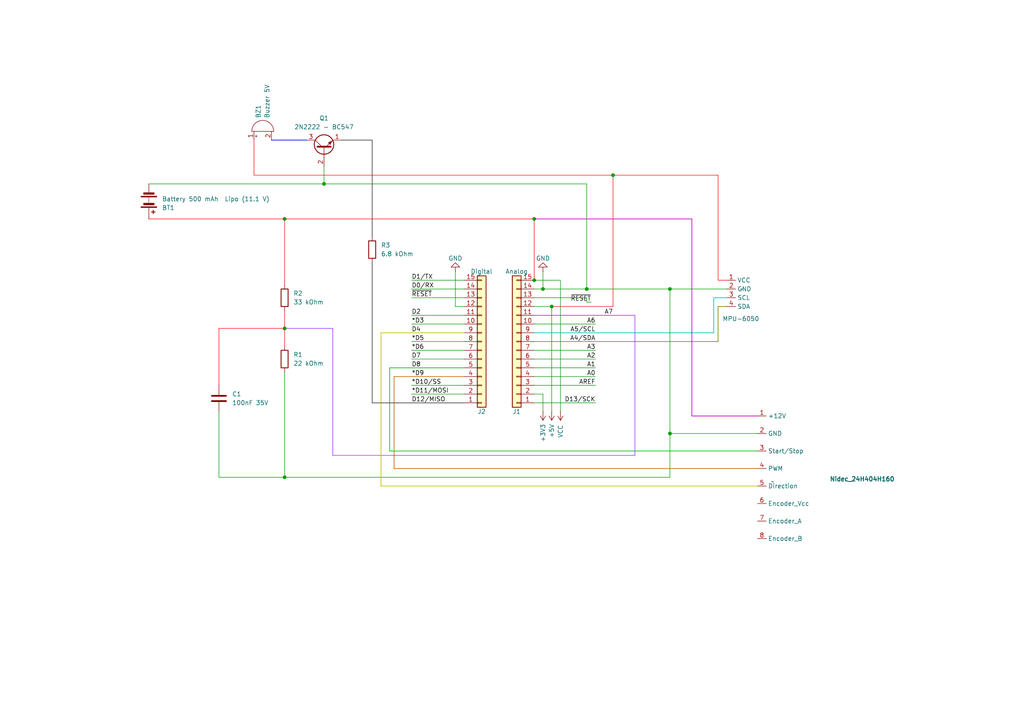
<source format=kicad_sch>
(kicad_sch (version 20250114) (generator "eeschema") (generator_version "9.0")
  (paper "A4")
  (title_block (title "Inverted pendulum") (date "sam. 04 avril 2015") (rev "0") (company "TDESTEBE"))
  (lib_symbols
    (symbol "Connector_Generic:Conn_01x15" (pin_names (offset 1.016) (hide yes))
      (property "Reference" "J" (at 0 20.32 0))
      (property "Value" "Conn_01x15" (at 0 -20.32 0))
      (symbol "Conn_01x15_1_1"
        (rectangle (start -1.27 19.05) (end 1.27 -19.05) (stroke (width 0.254)) (fill (type background)))
        (rectangle (start -1.27 17.907) (end 0 17.653) (stroke (width 0.1524)))
        (rectangle (start -1.27 15.367) (end 0 15.113) (stroke (width 0.1524)))
        (rectangle (start -1.27 12.827) (end 0 12.573) (stroke (width 0.1524)))
        (rectangle (start -1.27 10.287) (end 0 10.033) (stroke (width 0.1524)))
        (rectangle (start -1.27 7.747) (end 0 7.493) (stroke (width 0.1524)))
        (rectangle (start -1.27 5.207) (end 0 4.953) (stroke (width 0.1524)))
        (rectangle (start -1.27 2.667) (end 0 2.413) (stroke (width 0.1524)))
        (rectangle (start -1.27 0.127) (end 0 -0.127) (stroke (width 0.1524)))
        (rectangle (start -1.27 -2.413) (end 0 -2.667) (stroke (width 0.1524)))
        (rectangle (start -1.27 -4.953) (end 0 -5.207) (stroke (width 0.1524)))
        (rectangle (start -1.27 -7.493) (end 0 -7.747) (stroke (width 0.1524)))
        (rectangle (start -1.27 -10.033) (end 0 -10.287) (stroke (width 0.1524)))
        (rectangle (start -1.27 -12.573) (end 0 -12.827) (stroke (width 0.1524)))
        (rectangle (start -1.27 -15.113) (end 0 -15.367) (stroke (width 0.1524)))
        (rectangle (start -1.27 -17.653) (end 0 -17.907) (stroke (width 0.1524)))
        (pin passive line (at -5.08 17.78 0) (length 3.81) (name "Pin_1") (number "1"))
        (pin passive line (at -5.08 15.24 0) (length 3.81) (name "Pin_2") (number "2"))
        (pin passive line (at -5.08 12.7 0) (length 3.81) (name "Pin_3") (number "3"))
        (pin passive line (at -5.08 10.16 0) (length 3.81) (name "Pin_4") (number "4"))
        (pin passive line (at -5.08 7.62 0) (length 3.81) (name "Pin_5") (number "5"))
        (pin passive line (at -5.08 5.08 0) (length 3.81) (name "Pin_6") (number "6"))
        (pin passive line (at -5.08 2.54 0) (length 3.81) (name "Pin_7") (number "7"))
        (pin passive line (at -5.08 0 0) (length 3.81) (name "Pin_8") (number "8"))
        (pin passive line (at -5.08 -2.54 0) (length 3.81) (name "Pin_9") (number "9"))
        (pin passive line (at -5.08 -5.08 0) (length 3.81) (name "Pin_10") (number "10"))
        (pin passive line (at -5.08 -7.62 0) (length 3.81) (name "Pin_11") (number "11"))
        (pin passive line (at -5.08 -10.16 0) (length 3.81) (name "Pin_12") (number "12"))
        (pin passive line (at -5.08 -12.7 0) (length 3.81) (name "Pin_13") (number "13"))
        (pin passive line (at -5.08 -15.24 0) (length 3.81) (name "Pin_14") (number "14"))
        (pin passive line (at -5.08 -17.78 0) (length 3.81) (name "Pin_15") (number "15"))
      )
    )
    (symbol "Device:Battery" (pin_numbers (hide yes)) (pin_names (offset 0) (hide yes))
      (property "Reference" "BT" (at 2.54 2.54 0))
      (property "Value" "Battery" (at 2.54 0 0))
      (symbol "Battery_0_1"
        (rectangle (start -2.286 1.778) (end 2.286 1.524) (fill (type outline)))
        (rectangle (start -2.286 -1.27) (end 2.286 -1.524) (fill (type outline)))
        (rectangle (start -1.524 1.016) (end 1.524 0.508) (fill (type outline)))
        (rectangle (start -1.524 -2.032) (end 1.524 -2.54) (fill (type outline)))
        (polyline (pts (xy 0 1.778) (xy 0 2.54)))
        (polyline (pts (xy 0 0) (xy 0 0.254)))
        (polyline (pts (xy 0 -0.508) (xy 0 -0.254)))
        (polyline (pts (xy 0 -1.016) (xy 0 -0.762)))
        (polyline (pts (xy 0.762 3.048) (xy 1.778 3.048)) (stroke (width 0.254)))
        (polyline (pts (xy 1.27 3.556) (xy 1.27 2.54)) (stroke (width 0.254)))
      )
      (symbol "Battery_1_1"
        (pin passive line (at 0 5.08 270) (length 2.54) (name "+") (number "1"))
        (pin passive line (at 0 -5.08 90) (length 2.54) (name "-") (number "2"))
      )
    )
    (symbol "Device:Buzzer" (pin_names (offset 0.0254) (hide yes))
      (property "Reference" "BZ" (at 3.81 1.27 0))
      (property "Value" "Buzzer" (at 3.81 -1.27 0))
      (symbol "Buzzer_0_1"
        (polyline (pts (xy -1.651 1.905) (xy -1.143 1.905)))
        (polyline (pts (xy -1.397 2.159) (xy -1.397 1.651)))
        (arc (start 0 3.175) (mid 3.1612 0) (end 0 -3.175))
        (polyline (pts (xy 0 3.175) (xy 0 -3.175)))
      )
      (symbol "Buzzer_1_1"
        (pin passive line (at -2.54 2.54 0) (length 2.54) (name "+") (number "1"))
        (pin passive line (at -2.54 -2.54 0) (length 2.54) (name "-") (number "2"))
      )
    )
    (symbol "Device:C" (pin_numbers (hide yes)) (pin_names (offset 0.254))
      (property "Reference" "C" (at 0.635 2.54 0))
      (property "Value" "C" (at 0.635 -2.54 0))
      (symbol "C_0_1"
        (polyline (pts (xy -2.032 0.762) (xy 2.032 0.762)) (stroke (width 0.508)))
        (polyline (pts (xy -2.032 -0.762) (xy 2.032 -0.762)) (stroke (width 0.508)))
      )
      (symbol "C_1_1"
        (pin passive line (at 0 3.81 270) (length 2.794) (name "~") (number "1"))
        (pin passive line (at 0 -3.81 90) (length 2.794) (name "~") (number "2"))
      )
    )
    (symbol "Device:R" (pin_numbers (hide yes)) (pin_names (offset 0))
      (property "Reference" "R" (at 2.032 0 90))
      (property "Value" "R" (at 0 0 90))
      (symbol "R_0_1"
        (rectangle (start -1.016 -2.54) (end 1.016 2.54) (stroke (width 0.254)))
      )
      (symbol "R_1_1"
        (pin passive line (at 0 3.81 270) (length 1.27) (name "~") (number "1"))
        (pin passive line (at 0 -3.81 90) (length 1.27) (name "~") (number "2"))
      )
    )
    (symbol "Transistor_BJT:2N2219" (pin_names (offset 0) (hide yes))
      (property "Reference" "Q" (at 5.08 1.905 0))
      (property "Value" "2N2219" (at 5.08 0 0))
      (symbol "2N2219_0_1"
        (polyline (pts (xy -2.54 0) (xy 0.635 0)))
        (polyline (pts (xy 0.635 1.905) (xy 0.635 -1.905)) (stroke (width 0.508)))
        (circle (center 1.27 0) (radius 2.8194) (stroke (width 0.254)))
      )
      (symbol "2N2219_1_1"
        (polyline (pts (xy 0.635 0.635) (xy 2.54 2.54)))
        (polyline (pts (xy 0.635 -0.635) (xy 2.54 -2.54)))
        (polyline (pts (xy 1.27 -1.778) (xy 1.778 -1.27) (xy 2.286 -2.286) (xy 1.27 -1.778)) (fill (type outline)))
        (pin input line (at -5.08 0 0) (length 2.54) (name "B") (number "2"))
        (pin passive line (at 2.54 5.08 270) (length 2.54) (name "C") (number "3"))
        (pin passive line (at 2.54 -5.08 90) (length 2.54) (name "E") (number "1"))
      )
    )
    (symbol "motor_pins:MPU_6050_Pins"
      (property "Reference" "MPU-6050" (at 7.112 0.762 0))
      (symbol "MPU_6050_Pins_0_0"
        (pin input line (at -7.62 3.81 0) (length 2.54) (name "SDA") (number "4"))
        (pin input line (at -7.62 1.27 0) (length 2.54) (name "SCL") (number "3"))
        (pin input line (at -7.62 -1.27 0) (length 2.54) (name "GND") (number "2"))
        (pin input line (at -7.62 -3.81 0) (length 2.54) (name "VCC") (number "1"))
      )
    )
    (symbol "motor_pins:Nidec_24H404H160"
      (property "Reference" "M" (at 15.24 0 0))
      (symbol "Nidec_24H404H160_1_1"
        (pin input line (at -15.24 17.78 0) (length 2.54) (name "+12V") (number "1"))
        (pin input line (at -15.24 12.7 0) (length 2.54) (name "GND") (number "2"))
        (pin input line (at -15.24 7.62 0) (length 2.54) (name "Start/Stop") (number "3"))
        (pin input line (at -15.24 2.54 0) (length 2.54) (name "PWM") (number "4"))
        (pin input line (at -15.24 -2.54 0) (length 2.54) (name "Direction") (number "5"))
        (pin output line (at -15.24 -7.62 0) (length 2.54) (name "Encoder_Vcc") (number "6"))
        (pin output line (at -15.24 -12.7 0) (length 2.54) (name "Encoder_A") (number "7"))
        (pin output line (at -15.24 -17.78 0) (length 2.54) (name "Encoder_B") (number "8"))
      )
    )
    (symbol "power:+3.3V" (power) (pin_numbers (hide yes)) (pin_names (offset 0) (hide yes))
      (property "Value" "+3.3V" (at 0 3.556 0))
      (symbol "+3.3V_0_1"
        (polyline (pts (xy -0.762 1.27) (xy 0 2.54)))
        (polyline (pts (xy 0 2.54) (xy 0.762 1.27)))
        (polyline (pts (xy 0 0) (xy 0 2.54)))
      )
      (symbol "+3.3V_1_1"
        (pin power_in line (at 0 0 90) (length 0) (name "~") (number "1"))
      )
    )
    (symbol "power:+5V" (power) (pin_numbers (hide yes)) (pin_names (offset 0) (hide yes))
      (property "Value" "+5V" (at 0 3.556 0))
      (symbol "+5V_0_1"
        (polyline (pts (xy -0.762 1.27) (xy 0 2.54)))
        (polyline (pts (xy 0 2.54) (xy 0.762 1.27)))
        (polyline (pts (xy 0 0) (xy 0 2.54)))
      )
      (symbol "+5V_1_1"
        (pin power_in line (at 0 0 90) (length 0) (name "~") (number "1"))
      )
    )
    (symbol "power:GND" (power) (pin_numbers (hide yes)) (pin_names (offset 0) (hide yes))
      (property "Value" "GND" (at 0 -3.81 0))
      (symbol "GND_0_1"
        (polyline (pts (xy 0 0) (xy 0 -1.27) (xy 1.27 -1.27) (xy 0 -2.54) (xy -1.27 -1.27) (xy 0 -1.27)))
      )
      (symbol "GND_1_1"
        (pin power_in line (at 0 0 270) (length 0) (name "~") (number "1"))
      )
    )
    (symbol "power:VCC" (power) (pin_numbers (hide yes)) (pin_names (offset 0) (hide yes))
      (property "Value" "VCC" (at 0 3.556 0))
      (symbol "VCC_0_1"
        (polyline (pts (xy -0.762 1.27) (xy 0 2.54)))
        (polyline (pts (xy 0 2.54) (xy 0.762 1.27)))
        (polyline (pts (xy 0 0) (xy 0 2.54)))
      )
      (symbol "VCC_1_1"
        (pin power_in line (at 0 0 90) (length 0) (name "~") (number "1"))
      )
    )
  )
  (junction (at 157.48 83.82))
  (junction (at 170.18 83.82))
  (junction (at 154.94 81.28))
  (junction (at 194.31 83.82))
  (junction (at 194.31 125.73))
  (junction (at 82.55 95.25))
  (junction (at 177.8 50.8))
  (junction (at 160.02 88.9))
  (junction (at 82.55 63.5))
  (junction (at 82.55 138.43))
  (junction (at 154.94 63.5))
  (junction (at 93.98 53.34))
  (wire (pts (xy 134.62 83.82) (xy 119.38 83.82)))
  (wire (pts (xy 219.71 120.65) (xy 200.66 120.65)) (stroke (width 0.2) (color 194 0 194 1)))
  (wire (pts (xy 154.94 114.3) (xy 157.48 114.3)))
  (wire (pts (xy 184.15 132.08) (xy 184.15 91.44)) (stroke (width 0) (color 150 20 255 1)))
  (wire (pts (xy 170.18 87.63) (xy 170.18 86.36)))
  (wire (pts (xy 208.28 88.9) (xy 210.82 88.9)) (stroke (width 0.2) (color 132 132 0 1)))
  (wire (pts (xy 107.95 116.84) (xy 134.62 116.84)) (stroke (width 0.2) (color 72 72 72 1)))
  (wire (pts (xy 82.55 138.43) (xy 194.31 138.43)))
  (wire (pts (xy 43.18 63.5) (xy 82.55 63.5)) (stroke (width 0) (color 255 0 0 1)))
  (wire (pts (xy 63.5 138.43) (xy 82.55 138.43)))
  (wire (pts (xy 170.18 53.34) (xy 170.18 83.82)))
  (wire (pts (xy 207.01 96.52) (xy 207.01 86.36)) (stroke (width 0.2) (color 0 194 194 1)))
  (wire (pts (xy 219.71 140.97) (xy 110.49 140.97)) (stroke (width 0.2) (color 194 194 0 1)))
  (wire (pts (xy 170.18 87.63) (xy 171.45 87.63)))
  (wire (pts (xy 184.15 91.44) (xy 154.94 91.44)) (stroke (width 0) (color 150 20 255 1)))
  (wire (pts (xy 172.72 104.14) (xy 154.94 104.14)))
  (wire (pts (xy 110.49 140.97) (xy 110.49 96.52)) (stroke (width 0.2) (color 194 194 0 1)))
  (wire (pts (xy 154.94 88.9) (xy 160.02 88.9)))
  (wire (pts (xy 96.52 132.08) (xy 184.15 132.08)) (stroke (width 0) (color 150 20 255 1)))
  (wire (pts (xy 154.94 91.44) (xy 177.8 91.44)))
  (wire (pts (xy 82.55 107.95) (xy 82.55 138.43)))
  (wire (pts (xy 177.8 50.8) (xy 208.28 50.8)) (stroke (width 0) (color 255 0 0 1)))
  (wire (pts (xy 73.66 50.8) (xy 177.8 50.8)) (stroke (width 0) (color 255 0 0 1)))
  (wire (pts (xy 172.72 101.6) (xy 154.94 101.6)))
  (wire (pts (xy 134.62 111.76) (xy 119.38 111.76)))
  (wire (pts (xy 82.55 95.25) (xy 82.55 100.33)) (stroke (width 0) (color 255 0 0 1)))
  (wire (pts (xy 200.66 63.5) (xy 154.94 63.5)) (stroke (width 0.2) (color 194 0 194 1)))
  (wire (pts (xy 177.8 50.8) (xy 177.8 88.9)) (stroke (width 0) (color 255 0 0 1)))
  (wire (pts (xy 73.66 40.64) (xy 73.66 50.8)) (stroke (width 0) (color 255 0 0 1)))
  (wire (pts (xy 134.62 104.14) (xy 119.38 104.14)))
  (wire (pts (xy 194.31 83.82) (xy 170.18 83.82)))
  (wire (pts (xy 208.28 99.06) (xy 208.28 88.9)) (stroke (width 0.2) (color 132 132 0 1)))
  (wire (pts (xy 134.62 91.44) (xy 119.38 91.44)))
  (wire (pts (xy 154.94 96.52) (xy 207.01 96.52)) (stroke (width 0.2) (color 0 194 194 1)))
  (wire (pts (xy 78.74 40.64) (xy 88.9 40.64)) (stroke (width 0.2) (color 10 10 255 1)))
  (wire (pts (xy 194.31 83.82) (xy 194.31 125.73)))
  (wire (pts (xy 43.18 53.34) (xy 93.98 53.34)))
  (wire (pts (xy 160.02 88.9) (xy 160.02 119.38)))
  (wire (pts (xy 172.72 111.76) (xy 154.94 111.76)))
  (wire (pts (xy 63.5 111.76) (xy 63.5 95.25)) (stroke (width 0) (color 255 0 0 1)))
  (wire (pts (xy 134.62 99.06) (xy 119.38 99.06)))
  (wire (pts (xy 157.48 119.38) (xy 157.48 114.3)))
  (wire (pts (xy 134.62 88.9) (xy 132.08 88.9)))
  (wire (pts (xy 207.01 86.36) (xy 210.82 86.36)) (stroke (width 0.2) (color 0 194 194 1)))
  (wire (pts (xy 162.56 119.38) (xy 162.56 81.28)))
  (wire (pts (xy 154.94 81.28) (xy 162.56 81.28)))
  (wire (pts (xy 110.49 96.52) (xy 134.62 96.52)) (stroke (width 0.2) (color 194 194 0 1)))
  (wire (pts (xy 134.62 101.6) (xy 119.38 101.6)))
  (wire (pts (xy 170.18 86.36) (xy 154.94 86.36)))
  (wire (pts (xy 107.95 40.64) (xy 107.95 68.58)) (stroke (width 0.2) (color 72 72 72 1)))
  (wire (pts (xy 172.72 109.22) (xy 154.94 109.22)))
  (wire (pts (xy 194.31 125.73) (xy 194.31 138.43)))
  (wire (pts (xy 219.71 125.73) (xy 194.31 125.73)))
  (wire (pts (xy 63.5 119.38) (xy 63.5 138.43)))
  (wire (pts (xy 82.55 63.5) (xy 82.55 82.55)) (stroke (width 0) (color 255 0 0 1)))
  (wire (pts (xy 194.31 83.82) (xy 210.82 83.82)))
  (wire (pts (xy 93.98 48.26) (xy 93.98 53.34)))
  (wire (pts (xy 82.55 95.25) (xy 96.52 95.25)) (stroke (width 0) (color 150 20 255 1)))
  (wire (pts (xy 172.72 116.84) (xy 154.94 116.84)))
  (wire (pts (xy 154.94 63.5) (xy 154.94 81.28)) (stroke (width 0) (color 255 0 0 1)))
  (wire (pts (xy 134.62 93.98) (xy 119.38 93.98)))
  (wire (pts (xy 114.3 109.22) (xy 134.62 109.22)) (stroke (width 0.2) (color 204 102 0 1)))
  (wire (pts (xy 93.98 53.34) (xy 170.18 53.34)))
  (wire (pts (xy 154.94 99.06) (xy 208.28 99.06)) (stroke (width 0.2) (color 132 132 0 1)))
  (wire (pts (xy 113.03 130.81) (xy 113.03 106.68)) (stroke (width 0.2) (color 0 194 0 1)))
  (wire (pts (xy 99.06 40.64) (xy 107.95 40.64)) (stroke (width 0.2) (color 72 72 72 1)))
  (wire (pts (xy 208.28 50.8) (xy 208.28 81.28)) (stroke (width 0) (color 255 0 0 1)))
  (wire (pts (xy 134.62 86.36) (xy 119.38 86.36)))
  (wire (pts (xy 107.95 76.2) (xy 107.95 116.84)) (stroke (width 0.2) (color 72 72 72 1)))
  (wire (pts (xy 132.08 88.9) (xy 132.08 78.74)))
  (wire (pts (xy 200.66 120.65) (xy 200.66 63.5)) (stroke (width 0.2) (color 194 0 194 1)))
  (wire (pts (xy 114.3 135.89) (xy 114.3 109.22)) (stroke (width 0.2) (color 204 102 0 1)))
  (wire (pts (xy 96.52 95.25) (xy 96.52 132.08)) (stroke (width 0) (color 150 20 255 1)))
  (wire (pts (xy 63.5 95.25) (xy 82.55 95.25)) (stroke (width 0) (color 255 0 0 1)))
  (wire (pts (xy 82.55 63.5) (xy 154.94 63.5)) (stroke (width 0) (color 255 0 0 1)))
  (wire (pts (xy 219.71 130.81) (xy 113.03 130.81)) (stroke (width 0.2) (color 0 194 0 1)))
  (wire (pts (xy 134.62 81.28) (xy 119.38 81.28)))
  (wire (pts (xy 82.55 90.17) (xy 82.55 95.25)) (stroke (width 0) (color 255 0 0 1)))
  (wire (pts (xy 172.72 93.98) (xy 154.94 93.98)))
  (wire (pts (xy 219.71 135.89) (xy 114.3 135.89)) (stroke (width 0.2) (color 204 102 0 1)))
  (wire (pts (xy 208.28 81.28) (xy 210.82 81.28)) (stroke (width 0) (color 255 0 0 1)))
  (wire (pts (xy 177.8 88.9) (xy 160.02 88.9)) (stroke (width 0) (color 255 0 0 1)))
  (wire (pts (xy 157.48 83.82) (xy 157.48 78.74)))
  (wire (pts (xy 154.94 83.82) (xy 157.48 83.82)))
  (wire (pts (xy 172.72 106.68) (xy 154.94 106.68)))
  (wire (pts (xy 157.48 83.82) (xy 170.18 83.82)))
  (wire (pts (xy 113.03 106.68) (xy 134.62 106.68)) (stroke (width 0.2) (color 0 194 0 1)))
  (wire (pts (xy 134.62 114.3) (xy 119.38 114.3)))
  (label "D4" (at 119.38 96.52 0))
  (label "*D5" (at 119.38 99.06 0))
  (label "A2" (at 172.72 104.14 180))
  (label "D7" (at 119.38 104.14 0))
  (label "D13{slash}SCK" (at 172.72 116.84 180))
  (label "A7" (at 177.8 91.44 180))
  (label "*D6" (at 119.38 101.6 0))
  (label "*D11{slash}MOSI" (at 119.38 114.3 0))
  (label "A1" (at 172.72 106.68 180))
  (label "A4{slash}SDA" (at 172.72 99.06 180))
  (label "A5{slash}SCL" (at 172.72 96.52 180))
  (label "A3" (at 172.72 101.6 180))
  (label "~{RESET}" (at 119.38 86.36 0))
  (label "~{RESET}" (at 171.45 87.63 180))
  (label "A6" (at 172.72 93.98 180))
  (label "A0" (at 172.72 109.22 180))
  (label "*D9" (at 119.38 109.22 0))
  (label "*D3" (at 119.38 93.98 0))
  (label "D2" (at 119.38 91.44 0))
  (label "D8" (at 119.38 106.68 0))
  (label "D1{slash}TX" (at 119.38 81.28 0))
  (label "D0{slash}RX" (at 119.38 83.82 0))
  (label "AREF" (at 172.72 111.76 180))
  (label "*D10{slash}SS" (at 119.38 111.76 0))
  (label "D12{slash}MISO" (at 119.38 116.84 0))
  (symbol (lib_id "Connector_Generic:Conn_01x15") (at 149.86 99.06 180) (unit 1)
    (property "Reference" "J1" (at 149.86 119.38 0))
    (property "Value" "Analog" (at 149.86 78.74 0))
    (property "Footprint" "Connector_PinHeader_2.54mm:PinHeader_1x15_P2.54mm_Vertical" (effects (hide yes)))
    (property "Description" "Generic connector, single row, 01x15, script generated (kicad-library-utils/schlib/autogen/connector/)" (effects (hide yes)))
  )
  (symbol (lib_id "Connector_Generic:Conn_01x15") (at 139.7 99.06 0) (mirror x) (unit 1)
    (property "Reference" "J2" (at 139.7 119.38 0))
    (property "Value" "Digital" (at 139.7 78.74 0))
    (property "Footprint" "Connector_PinHeader_2.54mm:PinHeader_1x15_P2.54mm_Vertical" (effects (hide yes)))
    (property "Description" "Generic connector, single row, 01x15, script generated (kicad-library-utils/schlib/autogen/connector/)" (effects (hide yes)))
  )
  (symbol (lib_id "Device:C") (at 63.5 115.57 0) (unit 1)
    (property "Reference" "C1" (at 67.31 114.2999 0) (effects (justify left)))
    (property "Value" "100nF 35V" (at 67.31 116.8399 0) (effects (justify left)))
    (property "Footprint" "Capacitor_THT:C_Disc_D5.0mm_W2.5mm_P5.00mm" (effects (hide yes)))
    (property "Description" "Unpolarized capacitor" (effects (hide yes)))
  )
  (symbol (lib_id "Device:R") (at 107.95 72.39 0) (unit 1)
    (property "Reference" "R3" (at 110.49 71.1199 0) (effects (justify left)))
    (property "Value" "6.8 kOhm" (at 110.49 73.6599 0) (effects (justify left)))
    (property "Footprint" "Resistor_THT:R_Axial_DIN0207_L6.3mm_D2.5mm_P7.62mm_Horizontal" (effects (hide yes)))
    (property "Description" "Resistor" (effects (hide yes)))
  )
  (symbol (lib_id "motor_pins:MPU_6050_Pins") (at 218.44 85.09 0) (mirror x) (unit 1)
    (property "Reference" "MPU-6050" (at 209.55 92.456 0) (effects (justify left)))
    (property "Value" "~" (at 214.63 83.8201 0) (effects (justify left)))
    (property "Footprint" "Connector_PinHeader_2.54mm:PinHeader_1x04_P2.54mm_Vertical" (effects (hide yes)))
  )
  (symbol (lib_id "Transistor_BJT:2N2219") (at 93.98 43.18 90) (unit 1)
    (property "Reference" "Q1" (at 93.98 34.29 90))
    (property "Value" "2N2222 - BC547" (at 93.98 36.83 90))
    (property "Footprint" "Package_TO_SOT_THT:TO-92L_Inline" (effects (hide yes)))
    (property "Datasheet" "http://www.onsemi.com/pub_link/Collateral/2N2219-D.PDF" (effects (hide yes)))
    (property "Description" "800mA Ic, 50V Vce, NPN Transistor, TO-39" (effects (hide yes)))
    (property "Sim.Device" "NPN" (effects (hide yes)))
    (property "Sim.Pins" "1=E 2=B 3=C" (effects (hide yes)))
  )
  (symbol (lib_id "power:+5V") (at 160.02 119.38 180) (unit 1)
    (property "Reference" "#PWR0103" (effects (hide yes)))
    (property "Value" "+5V" (at 160.02 122.936 90) (effects (justify left)))
    (property "Description" "Power symbol creates a global label with name \"+5V\"" (effects (hide yes)))
  )
  (symbol (lib_id "power:+3.3V") (at 157.48 119.38 180) (unit 1)
    (property "Reference" "#PWR0102" (effects (hide yes)))
    (property "Value" "+3V3" (at 157.48 122.936 90) (effects (justify left)))
    (property "Description" "Power symbol creates a global label with name \"+3.3V\"" (effects (hide yes)))
  )
  (symbol (lib_id "power:VCC") (at 162.56 119.38 180) (unit 1)
    (property "Reference" "#PWR0101" (effects (hide yes)))
    (property "Value" "VCC" (at 162.56 123.19 90) (effects (justify left)))
    (property "Description" "Power symbol creates a global label with name \"VCC\"" (effects (hide yes)))
  )
  (symbol (lib_id "motor_pins:Nidec_24H404H160") (at 234.95 138.43 0) (unit 1)
    (property "Reference" "Nidec_24H404H160" (at 240.538 138.938 0) (effects (font (thickness 0.254) (bold yes)) (justify left)))
    (property "Value" "~" (at 223.52 139.6999 0) (effects (justify left)))
    (property "Footprint" "Connector_PinHeader_2.54mm:PinHeader_1x08_P2.54mm_Vertical" (effects (hide yes)))
  )
  (symbol (lib_id "Device:Battery") (at 43.18 58.42 0) (mirror x) (unit 1)
    (property "Reference" "BT1" (at 46.99 60.2616 0) (effects (justify left)))
    (property "Value" "Battery 500 mAh  Lipo (11.1 V)" (at 46.99 57.7216 0) (effects (justify left)))
    (property "Footprint" "TerminalBlock_Phoenix:TerminalBlock_Phoenix_MKDS-1,5-2_1x02_P5.00mm_Horizontal" (effects (hide yes)))
    (property "Description" "Multiple-cell battery" (effects (hide yes)))
    (property "Sim.Device" "V" (effects (hide yes)))
    (property "Sim.Type" "DC" (effects (hide yes)))
    (property "Sim.Pins" "1=+ 2=-" (effects (hide yes)))
  )
  (symbol (lib_id "power:GND") (at 132.08 78.74 180) (unit 1)
    (property "Reference" "#PWR0105" (effects (hide yes)))
    (property "Value" "GND" (at 132.08 74.93 0))
    (property "Description" "Power symbol creates a global label with name \"GND\" , ground" (effects (hide yes)))
  )
  (symbol (lib_id "Device:R") (at 82.55 86.36 0) (unit 1)
    (property "Reference" "R2" (at 85.09 85.0899 0) (effects (justify left)))
    (property "Value" "33 kOhm" (at 85.09 87.6299 0) (effects (justify left)))
    (property "Footprint" "Resistor_THT:R_Axial_DIN0207_L6.3mm_D2.5mm_P7.62mm_Horizontal" (effects (hide yes)))
    (property "Description" "Resistor" (effects (hide yes)))
  )
  (symbol (lib_id "Device:Buzzer") (at 76.2 38.1 90) (unit 1)
    (property "Reference" "BZ1" (at 74.9299 34.29 0) (effects (justify left)))
    (property "Value" "Buzzer 5V" (at 77.4699 34.29 0) (effects (justify left)))
    (property "Footprint" "Buzzer_Beeper:Buzzer_12x9.5RM7.6" (effects (hide yes)))
    (property "Description" "Buzzer, polarized" (effects (hide yes)))
  )
  (symbol (lib_id "power:GND") (at 157.48 78.74 180) (unit 1)
    (property "Reference" "#PWR0104" (effects (hide yes)))
    (property "Value" "GND" (at 157.48 74.93 0))
    (property "Description" "Power symbol creates a global label with name \"GND\" , ground" (effects (hide yes)))
  )
  (symbol (lib_id "Device:R") (at 82.55 104.14 0) (unit 1)
    (property "Reference" "R1" (at 85.09 102.8699 0) (effects (justify left)))
    (property "Value" "22 kOhm" (at 85.09 105.4099 0) (effects (justify left)))
    (property "Footprint" "Resistor_THT:R_Axial_DIN0207_L6.3mm_D2.5mm_P7.62mm_Horizontal" (effects (hide yes)))
    (property "Description" "Resistor" (effects (hide yes)))
  )
)
</source>
